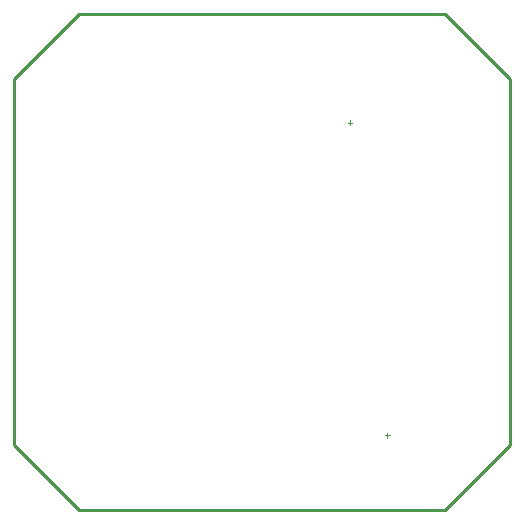
<source format=gm1>
G04*
G04 #@! TF.GenerationSoftware,Altium Limited,Altium Designer,19.1.8 (144)*
G04*
G04 Layer_Color=16711935*
%FSLAX25Y25*%
%MOIN*%
G70*
G01*
G75*
%ADD13C,0.00394*%
%ADD16C,0.01000*%
D13*
X123713Y24905D02*
X125287D01*
X124500Y24118D02*
Y25693D01*
X111213Y129095D02*
X112787D01*
X112000Y128307D02*
Y129882D01*
D16*
X143701Y165354D02*
X165354Y143701D01*
X143701Y0D02*
X165354Y21654D01*
X165354D01*
X0D02*
X21654Y0D01*
X0Y143701D02*
X21654Y165354D01*
Y165354D01*
X0Y21654D02*
Y143701D01*
X21654Y165354D02*
X143701D01*
X165354Y21654D02*
Y143701D01*
X21654Y0D02*
X143701D01*
M02*

</source>
